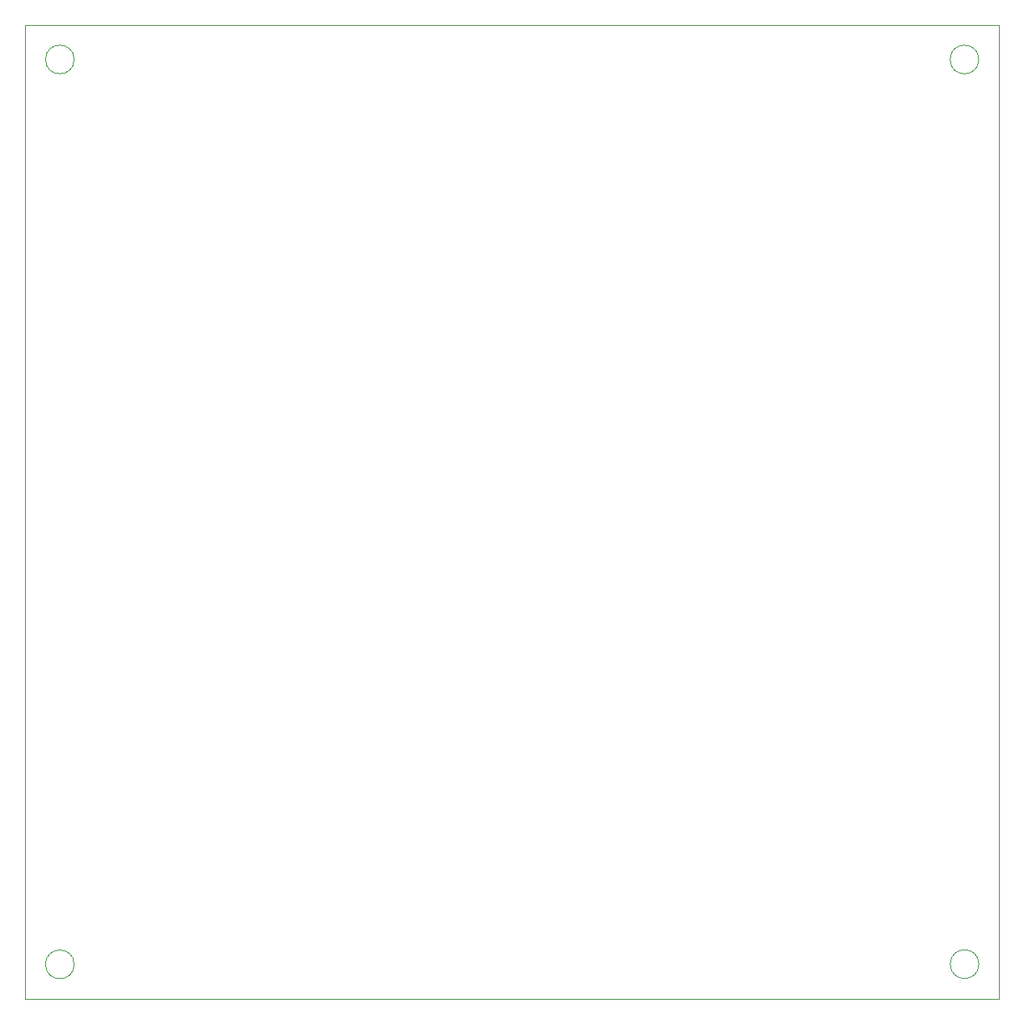
<source format=gbr>
%TF.GenerationSoftware,KiCad,Pcbnew,7.0.9*%
%TF.CreationDate,2024-02-07T01:21:47+02:00*%
%TF.ProjectId,W65C02Computer,57363543-3032-4436-9f6d-70757465722e,rev?*%
%TF.SameCoordinates,Original*%
%TF.FileFunction,Profile,NP*%
%FSLAX46Y46*%
G04 Gerber Fmt 4.6, Leading zero omitted, Abs format (unit mm)*
G04 Created by KiCad (PCBNEW 7.0.9) date 2024-02-07 01:21:47*
%MOMM*%
%LPD*%
G01*
G04 APERTURE LIST*
%TA.AperFunction,Profile*%
%ADD10C,0.100000*%
%TD*%
G04 APERTURE END LIST*
D10*
X251620000Y-129570000D02*
G75*
G03*
X251620000Y-129570000I-1500000J0D01*
G01*
X251610000Y-34870000D02*
G75*
G03*
X251610000Y-34870000I-1500000J0D01*
G01*
X151760000Y-31230000D02*
X253760000Y-31230000D01*
X253760000Y-133230000D01*
X151760000Y-133230000D01*
X151760000Y-31230000D01*
X156920000Y-129590000D02*
G75*
G03*
X156920000Y-129590000I-1500000J0D01*
G01*
X156920000Y-34870000D02*
G75*
G03*
X156920000Y-34870000I-1500000J0D01*
G01*
M02*

</source>
